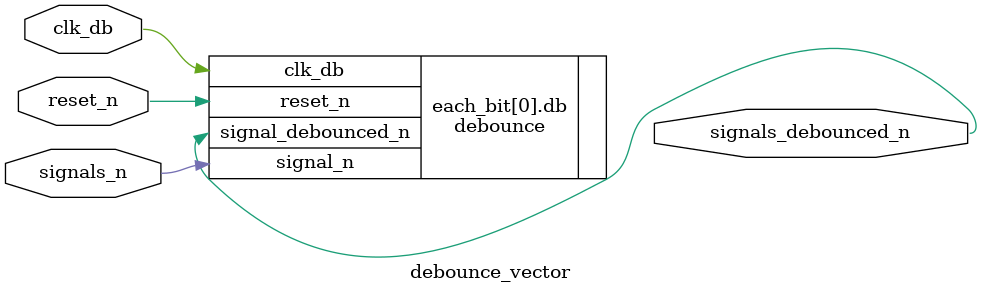
<source format=v>
`timescale 1ns / 1ps
module debounce_vector #(
   // Signal vector length.
   parameter SIGNAL_BIT_WIDTH = 1,
   // Debounce length.
   parameter DEBOUNCE_LENGTH = 4,
   // Debounce length bit width.
   parameter DEBOUNCE_LENGTH_BIT_WIDTH = 2
   )(
   // Debounced signal vector.
   output [(SIGNAL_BIT_WIDTH - 1):0] signals_debounced_n,

   // Source signal vector.
   input [(SIGNAL_BIT_WIDTH - 1):0] signals_n,
   // Clock signal for debouncing.
   input clk_db,
   // Reset signal.
   input reset_n
   );

   generate
      genvar i;

      for (i = 0; i < SIGNAL_BIT_WIDTH; i = i + 1) begin: each_bit
         debounce #(
            .DEBOUNCE_LENGTH(DEBOUNCE_LENGTH),
            .DEBOUNCE_LENGTH_BIT_WIDTH(DEBOUNCE_LENGTH_BIT_WIDTH)
            ) db(
            .signal_debounced_n(signals_debounced_n[i]),

            .signal_n(signals_n[i]),
            .clk_db(clk_db),
            .reset_n(reset_n)
            );
      end
   endgenerate
endmodule

</source>
